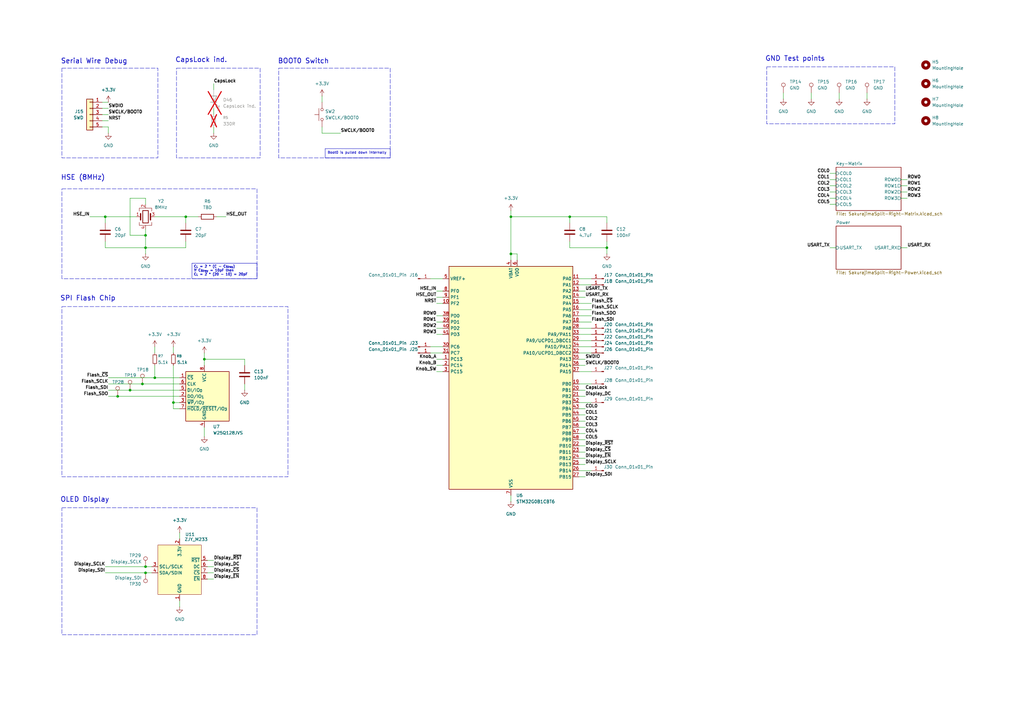
<source format=kicad_sch>
(kicad_sch (version 20250114) (generator "eeschema") (generator_version "9.0")
  (paper "A3")
  (title_block (title "SakurajimaSplit") (date "2025-08-11") (rev "1.0") (company "HayataSama") (comment 1 "https://github.com/HayataSama/SakurajimaSplit"))
  (lib_symbols
    (symbol "Connector:Conn_01x01_Pin" (pin_names (offset 1.016) (hide yes))
      (property "Reference" "J" (at 0 2.54 0))
      (property "Value" "Conn_01x01_Pin" (at 0 -2.54 0))
      (symbol "Conn_01x01_Pin_1_1"
        (rectangle (start 0.8636 0.127) (end 0 -0.127) (stroke (width 0.1524)) (fill (type outline)))
        (polyline (pts (xy 1.27 0) (xy 0.8636 0)) (stroke (width 0.1524)))
        (pin passive line (at 5.08 0 180) (length 3.81) (name "Pin_1") (number "1"))
      )
    )
    (symbol "Connector:TestPoint" (pin_numbers (hide yes)) (pin_names (offset 0.762) (hide yes))
      (property "Reference" "TP" (at 0 6.858 0))
      (property "Value" "TestPoint" (at 0 5.08 0))
      (symbol "TestPoint_0_1"
        (circle (center 0 3.302) (radius 0.762))
      )
      (symbol "TestPoint_1_1"
        (pin passive line (at 0 0 90) (length 2.54) (name "1") (number "1"))
      )
    )
    (symbol "Connector_Generic:Conn_01x05" (pin_names (offset 1.016) (hide yes))
      (property "Reference" "J" (at 0 7.62 0))
      (property "Value" "Conn_01x05" (at 0 -7.62 0))
      (symbol "Conn_01x05_1_1"
        (rectangle (start -1.27 6.35) (end 1.27 -6.35) (stroke (width 0.254)) (fill (type background)))
        (rectangle (start -1.27 5.207) (end 0 4.953) (stroke (width 0.1524)))
        (rectangle (start -1.27 2.667) (end 0 2.413) (stroke (width 0.1524)))
        (rectangle (start -1.27 0.127) (end 0 -0.127) (stroke (width 0.1524)))
        (rectangle (start -1.27 -2.413) (end 0 -2.667) (stroke (width 0.1524)))
        (rectangle (start -1.27 -4.953) (end 0 -5.207) (stroke (width 0.1524)))
        (pin passive line (at -5.08 5.08 0) (length 3.81) (name "Pin_1") (number "1"))
        (pin passive line (at -5.08 2.54 0) (length 3.81) (name "Pin_2") (number "2"))
        (pin passive line (at -5.08 0 0) (length 3.81) (name "Pin_3") (number "3"))
        (pin passive line (at -5.08 -2.54 0) (length 3.81) (name "Pin_4") (number "4"))
        (pin passive line (at -5.08 -5.08 0) (length 3.81) (name "Pin_5") (number "5"))
      )
    )
    (symbol "Device:C" (pin_numbers (hide yes)) (pin_names (offset 0.254))
      (property "Reference" "C" (at 0.635 2.54 0))
      (property "Value" "C" (at 0.635 -2.54 0))
      (symbol "C_0_1"
        (polyline (pts (xy -2.032 0.762) (xy 2.032 0.762)) (stroke (width 0.508)))
        (polyline (pts (xy -2.032 -0.762) (xy 2.032 -0.762)) (stroke (width 0.508)))
      )
      (symbol "C_1_1"
        (pin passive line (at 0 3.81 270) (length 2.794) (name "~") (number "1"))
        (pin passive line (at 0 -3.81 90) (length 2.794) (name "~") (number "2"))
      )
    )
    (symbol "Device:Crystal_GND24" (pin_names (offset 1.016) (hide yes))
      (property "Reference" "Y" (at 3.175 5.08 0))
      (property "Value" "Crystal_GND24" (at 3.175 3.175 0))
      (symbol "Crystal_GND24_0_1"
        (polyline (pts (xy -2.54 2.286) (xy -2.54 3.556) (xy 2.54 3.556) (xy 2.54 2.286)))
        (polyline (pts (xy -2.54 0) (xy -2.032 0)))
        (polyline (pts (xy -2.54 -2.286) (xy -2.54 -3.556) (xy 2.54 -3.556) (xy 2.54 -2.286)))
        (polyline (pts (xy -2.032 -1.27) (xy -2.032 1.27)) (stroke (width 0.508)))
        (rectangle (start -1.143 2.54) (end 1.143 -2.54) (stroke (width 0.3048)))
        (polyline (pts (xy 0 3.556) (xy 0 3.81)))
        (polyline (pts (xy 0 -3.81) (xy 0 -3.556)))
        (polyline (pts (xy 2.032 0) (xy 2.54 0)))
        (polyline (pts (xy 2.032 -1.27) (xy 2.032 1.27)) (stroke (width 0.508)))
      )
      (symbol "Crystal_GND24_1_1"
        (pin passive line (at -3.81 0 0) (length 1.27) (name "1") (number "1"))
        (pin passive line (at 0 5.08 270) (length 1.27) (name "2") (number "2"))
        (pin passive line (at 0 -5.08 90) (length 1.27) (name "4") (number "4"))
        (pin passive line (at 3.81 0 180) (length 1.27) (name "3") (number "3"))
      )
    )
    (symbol "Device:LED" (pin_numbers (hide yes)) (pin_names (offset 1.016) (hide yes))
      (property "Reference" "D" (at 0 2.54 0))
      (property "Value" "LED" (at 0 -2.54 0))
      (symbol "LED_0_1"
        (polyline (pts (xy -3.048 -0.762) (xy -4.572 -2.286) (xy -3.81 -2.286) (xy -4.572 -2.286) (xy -4.572 -1.524)))
        (polyline (pts (xy -1.778 -0.762) (xy -3.302 -2.286) (xy -2.54 -2.286) (xy -3.302 -2.286) (xy -3.302 -1.524)))
        (polyline (pts (xy -1.27 0) (xy 1.27 0)))
        (polyline (pts (xy -1.27 -1.27) (xy -1.27 1.27)) (stroke (width 0.254)))
        (polyline (pts (xy 1.27 -1.27) (xy 1.27 1.27) (xy -1.27 0) (xy 1.27 -1.27)) (stroke (width 0.254)))
      )
      (symbol "LED_1_1"
        (pin passive line (at -3.81 0 0) (length 2.54) (name "K") (number "1"))
        (pin passive line (at 3.81 0 180) (length 2.54) (name "A") (number "2"))
      )
    )
    (symbol "Device:R" (pin_numbers (hide yes)) (pin_names (offset 0))
      (property "Reference" "R" (at 2.032 0 90))
      (property "Value" "R" (at 0 0 90))
      (symbol "R_0_1"
        (rectangle (start -1.016 -2.54) (end 1.016 2.54) (stroke (width 0.254)))
      )
      (symbol "R_1_1"
        (pin passive line (at 0 3.81 270) (length 1.27) (name "~") (number "1"))
        (pin passive line (at 0 -3.81 90) (length 1.27) (name "~") (number "2"))
      )
    )
    (symbol "Device:R_Small" (pin_numbers (hide yes)) (pin_names (offset 0.254) (hide yes))
      (property "Reference" "R" (at 0 0 90))
      (property "Value" "R_Small" (at 1.778 0 90))
      (symbol "R_Small_0_1"
        (rectangle (start -0.762 1.778) (end 0.762 -1.778) (stroke (width 0.2032)))
      )
      (symbol "R_Small_1_1"
        (pin passive line (at 0 2.54 270) (length 0.762) (name "~") (number "1"))
        (pin passive line (at 0 -2.54 90) (length 0.762) (name "~") (number "2"))
      )
    )
    (symbol "Hayata_Lib:OLED_SSD1305"
      (property "Reference" "U" (at 7.366 14.224 0))
      (symbol "OLED_SSD1305_1_1"
        (rectangle (start -8.89 11.43) (end 8.89 -8.89) (fill (type background)))
        (pin input line (at -11.43 2.54 0) (length 2.54) (name "SCL/SCLK") (number "3"))
        (pin input line (at -11.43 0 0) (length 2.54) (name "SDA/SDIN") (number "4"))
        (pin power_in line (at 0 13.97 270) (length 2.54) (name "3.3V") (number "2"))
        (pin power_in line (at 0 -11.43 90) (length 2.54) (name "GND") (number "1"))
        (pin input line (at 11.43 5.08 180) (length 2.54) (name "~{RST}") (number "5"))
        (pin input line (at 11.43 2.54 180) (length 2.54) (name "DC") (number "6"))
        (pin input line (at 11.43 0 180) (length 2.54) (name "~{CS}") (number "7"))
        (pin input line (at 11.43 -2.54 180) (length 2.54) (name "~{EN}") (number "8"))
      )
    )
    (symbol "MCU_ST_STM32G0:STM32G0B1CBTx"
      (property "Reference" "U" (at -25.4 46.99 0))
      (property "Value" "STM32G0B1CBTx" (at 5.08 46.99 0))
      (symbol "STM32G0B1CBTx_0_1"
        (rectangle (start -25.4 -45.72) (end 25.4 45.72) (stroke (width 0.254)) (fill (type background)))
      )
      (symbol "STM32G0B1CBTx_1_1"
        (pin input line (at -27.94 40.64 0) (length 2.54) (name "VREF+") (number "5"))
        (pin bidirectional line (at -27.94 35.56 0) (length 2.54) (name "PF0") (number "8"))
        (pin bidirectional line (at -27.94 33.02 0) (length 2.54) (name "PF1") (number "9"))
        (pin bidirectional line (at -27.94 30.48 0) (length 2.54) (name "PF2") (number "10"))
        (pin bidirectional line (at -27.94 25.4 0) (length 2.54) (name "PD0") (number "38"))
        (pin bidirectional line (at -27.94 22.86 0) (length 2.54) (name "PD1") (number "39"))
        (pin bidirectional line (at -27.94 20.32 0) (length 2.54) (name "PD2") (number "40"))
        (pin bidirectional line (at -27.94 17.78 0) (length 2.54) (name "PD3") (number "41"))
        (pin bidirectional line (at -27.94 12.7 0) (length 2.54) (name "PC6") (number "30"))
        (pin bidirectional line (at -27.94 10.16 0) (length 2.54) (name "PC7") (number "31"))
        (pin bidirectional line (at -27.94 7.62 0) (length 2.54) (name "PC13") (number "1"))
        (pin bidirectional line (at -27.94 5.08 0) (length 2.54) (name "PC14") (number "2"))
        (pin bidirectional line (at -27.94 2.54 0) (length 2.54) (name "PC15") (number "3"))
        (pin power_in line (at 0 48.26 270) (length 2.54) (name "VBAT") (number "4"))
        (pin power_in line (at 0 -48.26 90) (length 2.54) (name "VSS") (number "7"))
        (pin power_in line (at 2.54 48.26 270) (length 2.54) (name "VDD") (number "6"))
        (pin bidirectional line (at 27.94 40.64 180) (length 2.54) (name "PA0") (number "11"))
        (pin bidirectional line (at 27.94 38.1 180) (length 2.54) (name "PA1") (number "12"))
        (pin bidirectional line (at 27.94 35.56 180) (length 2.54) (name "PA2") (number "13"))
        (pin bidirectional line (at 27.94 33.02 180) (length 2.54) (name "PA3") (number "14"))
        (pin bidirectional line (at 27.94 30.48 180) (length 2.54) (name "PA4") (number "15"))
        (pin bidirectional line (at 27.94 27.94 180) (length 2.54) (name "PA5") (number "16"))
        (pin bidirectional line (at 27.94 25.4 180) (length 2.54) (name "PA6") (number "17"))
        (pin bidirectional line (at 27.94 22.86 180) (length 2.54) (name "PA7") (number "18"))
        (pin bidirectional line (at 27.94 20.32 180) (length 2.54) (name "PA8") (number "28"))
        (pin bidirectional line (at 27.94 17.78 180) (length 2.54) (name "PA9/PA11") (number "33"))
        (pin bidirectional line (at 27.94 15.24 180) (length 2.54) (name "PA9/UCPD1_DBCC1") (number "29"))
        (pin bidirectional line (at 27.94 12.7 180) (length 2.54) (name "PA10/PA12") (number "34"))
        (pin bidirectional line (at 27.94 10.16 180) (length 2.54) (name "PA10/UCPD1_DBCC2") (number "32"))
        (pin bidirectional line (at 27.94 7.62 180) (length 2.54) (name "PA13") (number "35"))
        (pin bidirectional line (at 27.94 5.08 180) (length 2.54) (name "PA14") (number "36"))
        (pin bidirectional line (at 27.94 2.54 180) (length 2.54) (name "PA15") (number "37"))
        (pin bidirectional line (at 27.94 -2.54 180) (length 2.54) (name "PB0") (number "19"))
        (pin bidirectional line (at 27.94 -5.08 180) (length 2.54) (name "PB1") (number "20"))
        (pin bidirectional line (at 27.94 -7.62 180) (length 2.54) (name "PB2") (number "21"))
        (pin bidirectional line (at 27.94 -10.16 180) (length 2.54) (name "PB3") (number "42"))
        (pin bidirectional line (at 27.94 -12.7 180) (length 2.54) (name "PB4") (number "43"))
        (pin bidirectional line (at 27.94 -15.24 180) (length 2.54) (name "PB5") (number "44"))
        (pin bidirectional line (at 27.94 -17.78 180) (length 2.54) (name "PB6") (number "45"))
        (pin bidirectional line (at 27.94 -20.32 180) (length 2.54) (name "PB7") (number "46"))
        (pin bidirectional line (at 27.94 -22.86 180) (length 2.54) (name "PB8") (number "47"))
        (pin bidirectional line (at 27.94 -25.4 180) (length 2.54) (name "PB9") (number "48"))
        (pin bidirectional line (at 27.94 -27.94 180) (length 2.54) (name "PB10") (number "22"))
        (pin bidirectional line (at 27.94 -30.48 180) (length 2.54) (name "PB11") (number "23"))
        (pin bidirectional line (at 27.94 -33.02 180) (length 2.54) (name "PB12") (number "24"))
        (pin bidirectional line (at 27.94 -35.56 180) (length 2.54) (name "PB13") (number "25"))
        (pin bidirectional line (at 27.94 -38.1 180) (length 2.54) (name "PB14") (number "26"))
        (pin bidirectional line (at 27.94 -40.64 180) (length 2.54) (name "PB15") (number "27"))
      )
    )
    (symbol "Mechanical:MountingHole" (pin_names (offset 1.016)) (in_bom no)
      (property "Reference" "H" (at 0 5.08 0))
      (property "Value" "MountingHole" (at 0 3.175 0))
      (symbol "MountingHole_0_1"
        (circle (center 0 0) (radius 1.27) (stroke (width 1.27)))
      )
    )
    (symbol "Memory_Flash:W25Q128JVS"
      (property "Reference" "U" (at -6.35 11.43 0))
      (property "Value" "W25Q128JVS" (at 7.62 11.43 0))
      (symbol "W25Q128JVS_0_1"
        (rectangle (start -7.62 10.16) (end 10.16 -10.16) (stroke (width 0.254)) (fill (type background)))
      )
      (symbol "W25Q128JVS_1_1"
        (pin input line (at -10.16 7.62 0) (length 2.54) (name "~{CS}") (number "1"))
        (pin input line (at -10.16 5.08 0) (length 2.54) (name "CLK") (number "6"))
        (pin bidirectional line (at -10.16 2.54 0) (length 2.54) (name "DI/IO_{0}") (number "5"))
        (pin bidirectional line (at -10.16 0 0) (length 2.54) (name "DO/IO_{1}") (number "2"))
        (pin bidirectional line (at -10.16 -2.54 0) (length 2.54) (name "~{WP}/IO_{2}") (number "3"))
        (pin bidirectional line (at -10.16 -5.08 0) (length 2.54) (name "~{HOLD}/~{RESET}/IO_{3}") (number "7"))
        (pin power_in line (at 0 12.7 270) (length 2.54) (name "VCC") (number "8"))
        (pin power_in line (at 0 -12.7 90) (length 2.54) (name "GND") (number "4"))
      )
    )
    (symbol "Switch:SW_Push" (pin_numbers (hide yes)) (pin_names (offset 1.016) (hide yes))
      (property "Reference" "SW" (at 1.27 2.54 0))
      (property "Value" "SW_Push" (at 0 -1.524 0))
      (symbol "SW_Push_0_1"
        (circle (center -2.032 0) (radius 0.508))
        (polyline (pts (xy 0 1.27) (xy 0 3.048)))
        (circle (center 2.032 0) (radius 0.508))
        (polyline (pts (xy 2.54 1.27) (xy -2.54 1.27)))
        (pin passive line (at -5.08 0 0) (length 2.54) (name "1") (number "1"))
        (pin passive line (at 5.08 0 180) (length 2.54) (name "2") (number "2"))
      )
    )
    (symbol "power:+3.3V" (power) (pin_numbers (hide yes)) (pin_names (offset 0) (hide yes))
      (property "Value" "+3.3V" (at 0 3.556 0))
      (symbol "+3.3V_0_1"
        (polyline (pts (xy -0.762 1.27) (xy 0 2.54)))
        (polyline (pts (xy 0 2.54) (xy 0.762 1.27)))
        (polyline (pts (xy 0 0) (xy 0 2.54)))
      )
      (symbol "+3.3V_1_1"
        (pin power_in line (at 0 0 90) (length 0) (name "~") (number "1"))
      )
    )
    (symbol "power:GND" (power) (pin_numbers (hide yes)) (pin_names (offset 0) (hide yes))
      (property "Value" "GND" (at 0 -3.81 0))
      (symbol "GND_0_1"
        (polyline (pts (xy 0 0) (xy 0 -1.27) (xy 1.27 -1.27) (xy 0 -2.54) (xy -1.27 -1.27) (xy 0 -1.27)))
      )
      (symbol "GND_1_1"
        (pin power_in line (at 0 0 270) (length 0) (name "~") (number "1"))
      )
    )
  )
  (rectangle (start 25.4 77.47) (end 105.41 114.3) (stroke (width 0) (type dash)))
  (rectangle (start 25.4 125.73) (end 118.11 195.58) (stroke (width 0) (type dash)))
  (rectangle (start 314.452 27.432) (end 367.03 50.8) (stroke (width 0) (type dash)))
  (rectangle (start 25.4 27.94) (end 64.77 64.77) (stroke (width 0) (type dash)))
  (rectangle (start 72.39 27.94) (end 106.68 64.77) (stroke (width 0) (type dash)))
  (rectangle (start 114.3 27.94) (end 160.02 64.77) (stroke (width 0) (type dash)))
  (rectangle (start 25.4 208.28) (end 105.41 260.35) (stroke (width 0) (type dash)))
  (text "HSE (8MHz)" (at 34.036 72.898 0) (effects (font (size 2 2) (thickness 0.254) (bold yes))))
  (text "SPI Flash Chip" (at 36.068 122.428 0) (effects (font (size 2 2) (thickness 0.254) (bold yes))))
  (text "Serial Wire Debug" (at 38.608 25.146 0) (effects (font (size 2 2) (thickness 0.254) (bold yes))))
  (text "BOOT0 Switch" (at 124.46 25.146 0) (effects (font (size 2 2) (thickness 0.254) (bold yes))))
  (text "OLED Display" (at 34.798 204.978 0) (effects (font (size 2 2) (thickness 0.254) (bold yes))))
  (text "GND Test points" (at 326.136 24.13 0) (effects (font (size 2 2) (thickness 0.254) (bold yes))))
  (text "CapsLock ind." (at 82.55 24.638 0) (effects (font (size 2 2) (thickness 0.254) (bold yes))))
  (text_box "Boot0 is pulled down internally" (at 133.35 60.96 0) (size 26.67 3.81) (margins 0.9525 0.9525 0.9525 0.9525) (effects (font (size 1 1)) (justify left top)))
  (text_box "C_{L} = 2 * (C - C_{Stray})\nif C_{Stray} = 10pF then\nC_{L} = 2 * (20 - 10) = 20pF" (at 78.74 107.95 0) (size 26.67 6.35) (margins 0.6858 0.6858 0.6858 0.6858) (effects (font (size 1 1) (thickness 0.2) (bold yes)) (justify left top)))
  (junction (at 83.82 147.32))
  (junction (at 71.12 165.1))
  (junction (at 209.55 104.14))
  (junction (at 58.42 157.48))
  (junction (at 209.55 88.9))
  (junction (at 43.18 88.9))
  (junction (at 233.68 88.9))
  (junction (at 59.69 96.52))
  (junction (at 59.69 101.6))
  (junction (at 48.26 162.56))
  (junction (at 248.92 101.6))
  (junction (at 53.34 160.02))
  (junction (at 59.69 232.41))
  (junction (at 59.69 234.95))
  (junction (at 63.5 154.94))
  (junction (at 76.2 88.9))
  (wire (pts (xy 83.82 175.26) (xy 83.82 179.07)))
  (wire (pts (xy 372.11 81.28) (xy 369.57 81.28)))
  (wire (pts (xy 340.36 81.28) (xy 342.9 81.28)))
  (wire (pts (xy 248.92 88.9) (xy 248.92 91.44)))
  (wire (pts (xy 248.92 99.06) (xy 248.92 101.6)))
  (wire (pts (xy 59.69 234.95) (xy 62.23 234.95)))
  (wire (pts (xy 209.55 86.36) (xy 209.55 88.9)))
  (wire (pts (xy 63.5 142.24) (xy 63.5 144.78)))
  (wire (pts (xy 71.12 149.86) (xy 71.12 165.1)))
  (wire (pts (xy 233.68 91.44) (xy 233.68 88.9)))
  (wire (pts (xy 340.36 101.6) (xy 342.9 101.6)))
  (wire (pts (xy 237.49 195.58) (xy 240.03 195.58)))
  (wire (pts (xy 332.74 38.1) (xy 332.74 40.64)))
  (wire (pts (xy 179.07 134.62) (xy 181.61 134.62)))
  (wire (pts (xy 237.49 177.8) (xy 240.03 177.8)))
  (wire (pts (xy 237.49 121.92) (xy 240.03 121.92)))
  (wire (pts (xy 59.69 101.6) (xy 43.18 101.6)))
  (wire (pts (xy 212.09 104.14) (xy 212.09 106.68)))
  (wire (pts (xy 59.69 101.6) (xy 76.2 101.6)))
  (wire (pts (xy 179.07 152.4) (xy 181.61 152.4)))
  (wire (pts (xy 63.5 88.9) (xy 76.2 88.9)))
  (wire (pts (xy 88.9 88.9) (xy 92.71 88.9)))
  (wire (pts (xy 53.34 81.28) (xy 53.34 96.52)))
  (wire (pts (xy 44.45 154.94) (xy 63.5 154.94)))
  (wire (pts (xy 237.49 132.08) (xy 242.57 132.08)))
  (wire (pts (xy 179.07 129.54) (xy 181.61 129.54)))
  (wire (pts (xy 44.45 52.07) (xy 41.91 52.07)))
  (wire (pts (xy 71.12 142.24) (xy 71.12 144.78)))
  (wire (pts (xy 83.82 149.86) (xy 83.82 147.32)))
  (wire (pts (xy 237.49 170.18) (xy 240.03 170.18)))
  (wire (pts (xy 43.18 88.9) (xy 55.88 88.9)))
  (wire (pts (xy 237.49 144.78) (xy 242.57 144.78)))
  (wire (pts (xy 340.36 76.2) (xy 342.9 76.2)))
  (wire (pts (xy 73.66 246.38) (xy 73.66 248.92)))
  (wire (pts (xy 237.49 182.88) (xy 240.03 182.88)))
  (wire (pts (xy 44.45 41.91) (xy 41.91 41.91)))
  (wire (pts (xy 76.2 91.44) (xy 76.2 88.9)))
  (wire (pts (xy 44.45 54.61) (xy 44.45 52.07)))
  (wire (pts (xy 73.66 218.44) (xy 73.66 220.98)))
  (wire (pts (xy 340.36 78.74) (xy 342.9 78.74)))
  (wire (pts (xy 87.63 52.07) (xy 87.63 54.61)))
  (wire (pts (xy 237.49 190.5) (xy 240.03 190.5)))
  (wire (pts (xy 59.69 104.14) (xy 59.69 101.6)))
  (wire (pts (xy 179.07 121.92) (xy 181.61 121.92)))
  (wire (pts (xy 59.69 232.41) (xy 62.23 232.41)))
  (wire (pts (xy 237.49 187.96) (xy 240.03 187.96)))
  (wire (pts (xy 237.49 157.48) (xy 242.57 157.48)))
  (wire (pts (xy 233.68 99.06) (xy 233.68 101.6)))
  (wire (pts (xy 237.49 175.26) (xy 240.03 175.26)))
  (wire (pts (xy 43.18 232.41) (xy 59.69 232.41)))
  (wire (pts (xy 240.03 149.86) (xy 237.49 149.86)))
  (wire (pts (xy 179.07 147.32) (xy 181.61 147.32)))
  (wire (pts (xy 43.18 234.95) (xy 59.69 234.95)))
  (wire (pts (xy 344.17 38.1) (xy 344.17 40.64)))
  (wire (pts (xy 87.63 44.45) (xy 87.63 46.99)))
  (wire (pts (xy 181.61 142.24) (xy 176.53 142.24)))
  (wire (pts (xy 237.49 127) (xy 242.57 127)))
  (wire (pts (xy 240.03 147.32) (xy 237.49 147.32)))
  (wire (pts (xy 237.49 172.72) (xy 240.03 172.72)))
  (wire (pts (xy 237.49 167.64) (xy 240.03 167.64)))
  (wire (pts (xy 59.69 93.98) (xy 59.69 96.52)))
  (wire (pts (xy 179.07 119.38) (xy 181.61 119.38)))
  (wire (pts (xy 76.2 88.9) (xy 81.28 88.9)))
  (wire (pts (xy 237.49 160.02) (xy 240.03 160.02)))
  (wire (pts (xy 372.11 78.74) (xy 369.57 78.74)))
  (wire (pts (xy 372.11 76.2) (xy 369.57 76.2)))
  (wire (pts (xy 71.12 167.64) (xy 73.66 167.64)))
  (wire (pts (xy 237.49 137.16) (xy 242.57 137.16)))
  (wire (pts (xy 87.63 34.29) (xy 87.63 36.83)))
  (wire (pts (xy 48.26 162.56) (xy 73.66 162.56)))
  (wire (pts (xy 181.61 114.3) (xy 176.53 114.3)))
  (wire (pts (xy 41.91 49.53) (xy 44.45 49.53)))
  (wire (pts (xy 59.69 83.82) (xy 59.69 81.28)))
  (wire (pts (xy 237.49 142.24) (xy 242.57 142.24)))
  (wire (pts (xy 58.42 157.48) (xy 73.66 157.48)))
  (wire (pts (xy 209.55 104.14) (xy 212.09 104.14)))
  (wire (pts (xy 59.69 96.52) (xy 59.69 101.6)))
  (wire (pts (xy 209.55 88.9) (xy 233.68 88.9)))
  (wire (pts (xy 53.34 160.02) (xy 73.66 160.02)))
  (wire (pts (xy 59.69 81.28) (xy 53.34 81.28)))
  (wire (pts (xy 237.49 193.04) (xy 242.57 193.04)))
  (wire (pts (xy 321.31 38.1) (xy 321.31 40.64)))
  (wire (pts (xy 209.55 88.9) (xy 209.55 104.14)))
  (wire (pts (xy 43.18 91.44) (xy 43.18 88.9)))
  (wire (pts (xy 237.49 180.34) (xy 240.03 180.34)))
  (wire (pts (xy 76.2 101.6) (xy 76.2 99.06)))
  (wire (pts (xy 179.07 149.86) (xy 181.61 149.86)))
  (wire (pts (xy 237.49 116.84) (xy 242.57 116.84)))
  (wire (pts (xy 179.07 132.08) (xy 181.61 132.08)))
  (wire (pts (xy 36.83 88.9) (xy 43.18 88.9)))
  (wire (pts (xy 233.68 101.6) (xy 248.92 101.6)))
  (wire (pts (xy 71.12 165.1) (xy 73.66 165.1)))
  (wire (pts (xy 369.57 101.6) (xy 372.11 101.6)))
  (wire (pts (xy 83.82 147.32) (xy 100.33 147.32)))
  (wire (pts (xy 41.91 44.45) (xy 44.45 44.45)))
  (wire (pts (xy 85.09 234.95) (xy 87.63 234.95)))
  (wire (pts (xy 100.33 157.48) (xy 100.33 160.02)))
  (wire (pts (xy 181.61 144.78) (xy 176.53 144.78)))
  (wire (pts (xy 41.91 46.99) (xy 44.45 46.99)))
  (wire (pts (xy 237.49 124.46) (xy 242.57 124.46)))
  (wire (pts (xy 179.07 124.46) (xy 181.61 124.46)))
  (wire (pts (xy 63.5 149.86) (xy 63.5 154.94)))
  (wire (pts (xy 233.68 88.9) (xy 248.92 88.9)))
  (wire (pts (xy 237.49 114.3) (xy 242.57 114.3)))
  (wire (pts (xy 132.08 54.61) (xy 139.7 54.61)))
  (wire (pts (xy 44.45 160.02) (xy 53.34 160.02)))
  (wire (pts (xy 237.49 139.7) (xy 242.57 139.7)))
  (wire (pts (xy 85.09 237.49) (xy 87.63 237.49)))
  (wire (pts (xy 355.6 38.1) (xy 355.6 40.64)))
  (wire (pts (xy 63.5 154.94) (xy 73.66 154.94)))
  (wire (pts (xy 340.36 83.82) (xy 342.9 83.82)))
  (wire (pts (xy 209.55 203.2) (xy 209.55 205.74)))
  (wire (pts (xy 85.09 232.41) (xy 87.63 232.41)))
  (wire (pts (xy 100.33 147.32) (xy 100.33 149.86)))
  (wire (pts (xy 209.55 106.68) (xy 209.55 104.14)))
  (wire (pts (xy 44.45 162.56) (xy 48.26 162.56)))
  (wire (pts (xy 237.49 185.42) (xy 240.03 185.42)))
  (wire (pts (xy 71.12 165.1) (xy 71.12 167.64)))
  (wire (pts (xy 248.92 101.6) (xy 248.92 104.14)))
  (wire (pts (xy 340.36 73.66) (xy 342.9 73.66)))
  (wire (pts (xy 237.49 119.38) (xy 240.03 119.38)))
  (wire (pts (xy 53.34 96.52) (xy 59.69 96.52)))
  (wire (pts (xy 44.45 157.48) (xy 58.42 157.48)))
  (wire (pts (xy 43.18 101.6) (xy 43.18 99.06)))
  (wire (pts (xy 340.36 71.12) (xy 342.9 71.12)))
  (wire (pts (xy 83.82 144.78) (xy 83.82 147.32)))
  (wire (pts (xy 237.49 134.62) (xy 242.57 134.62)))
  (wire (pts (xy 369.57 73.66) (xy 372.11 73.66)))
  (wire (pts (xy 237.49 129.54) (xy 242.57 129.54)))
  (wire (pts (xy 132.08 54.61) (xy 132.08 52.07)))
  (wire (pts (xy 179.07 137.16) (xy 181.61 137.16)))
  (wire (pts (xy 237.49 152.4) (xy 242.57 152.4)))
  (wire (pts (xy 237.49 162.56) (xy 240.03 162.56)))
  (wire (pts (xy 132.08 39.37) (xy 132.08 41.91)))
  (wire (pts (xy 85.09 229.87) (xy 87.63 229.87)))
  (wire (pts (xy 237.49 165.1) (xy 242.57 165.1)))
  (label "SWCLK{slash}BOOT0" (at 139.7 54.61 0) (effects (font (thickness 0.254) (bold yes))))
  (label "USART_RX" (at 372.11 101.6 0) (effects (font (thickness 0.254) (bold yes))))
  (label "Knob_SW" (at 179.07 152.4 180) (effects (font (thickness 0.254) (bold yes))))
  (label "Display_SCLK" (at 43.18 232.41 180) (effects (font (thickness 0.254) (bold yes))))
  (label "USART_TX" (at 340.36 101.6 180) (effects (font (thickness 0.254) (bold yes))))
  (label "Display_~{EN}" (at 240.03 187.96 0) (effects (font (thickness 0.254) (bold yes))))
  (label "SWDIO" (at 240.03 147.32 0) (effects (font (thickness 0.254) (bold yes))))
  (label "COL5" (at 340.36 83.82 180) (effects (font (thickness 0.254) (bold yes))))
  (label "CapsLock" (at 240.03 160.02 0) (effects (font (thickness 0.254) (bold yes))))
  (label "Flash_SCLK" (at 44.45 157.48 180) (effects (font (thickness 0.254) (bold yes))))
  (label "COL3" (at 240.03 175.26 0) (effects (font (thickness 0.254) (bold yes))))
  (label "COL4" (at 240.03 177.8 0) (effects (font (thickness 0.254) (bold yes))))
  (label "Display_~{CS}" (at 87.63 234.95 0) (effects (font (thickness 0.254) (bold yes))))
  (label "COL0" (at 240.03 167.64 0) (effects (font (thickness 0.254) (bold yes))))
  (label "Flash_~{CS}" (at 242.57 124.46 0) (effects (font (thickness 0.254) (bold yes))))
  (label "NRST" (at 44.45 49.53 0) (effects (font (thickness 0.254) (bold yes))))
  (label "COL2" (at 340.36 76.2 180) (effects (font (thickness 0.254) (bold yes))))
  (label "HSE_IN" (at 179.07 119.38 180) (effects (font (thickness 0.254) (bold yes))))
  (label "COL0" (at 340.36 71.12 180) (effects (font (thickness 0.254) (bold yes))))
  (label "Flash_SDI" (at 44.45 160.02 180) (effects (font (thickness 0.254) (bold yes))))
  (label "NRST" (at 179.07 124.46 180) (effects (font (thickness 0.254) (bold yes))))
  (label "Flash_~{CS}" (at 44.45 154.94 180) (effects (font (thickness 0.254) (bold yes))))
  (label "Flash_SDO" (at 44.45 162.56 180) (effects (font (thickness 0.254) (bold yes))))
  (label "Display_~{EN}" (at 87.63 237.49 0) (effects (font (thickness 0.254) (bold yes))))
  (label "COL3" (at 340.36 78.74 180) (effects (font (thickness 0.254) (bold yes))))
  (label "Display_DC" (at 87.63 232.41 0) (effects (font (thickness 0.254) (bold yes))))
  (label "Display_~{RST}" (at 87.63 229.87 0) (effects (font (thickness 0.254) (bold yes))))
  (label "USART_RX" (at 240.03 121.92 0) (effects (font (thickness 0.254) (bold yes))))
  (label "Display_~{RST}" (at 240.03 182.88 0) (effects (font (thickness 0.254) (bold yes))))
  (label "ROW1" (at 179.07 132.08 180) (effects (font (thickness 0.254) (bold yes))))
  (label "Flash_SDO" (at 242.57 129.54 0) (effects (font (thickness 0.254) (bold yes))))
  (label "COL1" (at 240.03 170.18 0) (effects (font (thickness 0.254) (bold yes))))
  (label "Display_SDI" (at 43.18 234.95 180) (effects (font (thickness 0.254) (bold yes))))
  (label "Knob_A" (at 179.07 147.32 180) (effects (font (thickness 0.254) (bold yes))))
  (label "ROW3" (at 179.07 137.16 180) (effects (font (thickness 0.254) (bold yes))))
  (label "ROW2" (at 372.11 78.74 0) (effects (font (thickness 0.254) (bold yes))))
  (label "ROW2" (at 179.07 134.62 180) (effects (font (thickness 0.254) (bold yes))))
  (label "SWCLK{slash}BOOT0" (at 44.45 46.99 0) (effects (font (thickness 0.254) (bold yes))))
  (label "SWDIO" (at 44.45 44.45 0) (effects (font (thickness 0.254) (bold yes))))
  (label "Display_DC" (at 240.03 162.56 0) (effects (font (thickness 0.254) (bold yes))))
  (label "CapsLock" (at 87.63 34.29 0) (effects (font (thickness 0.254) (bold yes))))
  (label "Knob_B" (at 179.07 149.86 180) (effects (font (thickness 0.254) (bold yes))))
  (label "COL1" (at 340.36 73.66 180) (effects (font (thickness 0.254) (bold yes))))
  (label "Display_~{CS}" (at 240.03 185.42 0) (effects (font (thickness 0.254) (bold yes))))
  (label "USART_TX" (at 240.03 119.38 0) (effects (font (thickness 0.254) (bold yes))))
  (label "COL2" (at 240.03 172.72 0) (effects (font (thickness 0.254) (bold yes))))
  (label "ROW1" (at 372.11 76.2 0) (effects (font (thickness 0.254) (bold yes))))
  (label "ROW3" (at 372.11 81.28 0) (effects (font (thickness 0.254) (bold yes))))
  (label "SWCLK{slash}BOOT0" (at 240.03 149.86 0) (effects (font (thickness 0.254) (bold yes))))
  (label "Display_SCLK" (at 240.03 190.5 0) (effects (font (thickness 0.254) (bold yes))))
  (label "COL4" (at 340.36 81.28 180) (effects (font (thickness 0.254) (bold yes))))
  (label "HSE_OUT" (at 179.07 121.92 180) (effects (font (thickness 0.254) (bold yes))))
  (label "HSE_OUT" (at 92.71 88.9 0) (effects (font (thickness 0.254) (bold yes))))
  (label "Flash_SCLK" (at 242.57 127 0) (effects (font (thickness 0.254) (bold yes))))
  (label "Flash_SDI" (at 242.57 132.08 0) (effects (font (thickness 0.254) (bold yes))))
  (label "HSE_IN" (at 36.83 88.9 180) (effects (font (thickness 0.254) (bold yes))))
  (label "Display_SDI" (at 240.03 195.58 0) (effects (font (thickness 0.254) (bold yes))))
  (label "COL5" (at 240.03 180.34 0) (effects (font (thickness 0.254) (bold yes))))
  (label "ROW0" (at 372.11 73.66 0) (effects (font (thickness 0.254) (bold yes))))
  (label "ROW0" (at 179.07 129.54 180) (effects (font (thickness 0.254) (bold yes))))
  (symbol (lib_id "Connector:TestPoint") (at 355.6 38.1 0) (unit 1) (in_bom no)
    (property "Reference" "TP17" (at 358.14 33.5279 0) (effects (justify left)))
    (property "Value" "GND" (at 358.14 36.0679 0) (effects (justify left)))
    (property "Footprint" "Hayata_Lib:TestPoint_Pad_Circular_1.3mm" (effects (hide yes)))
    (property "Description" "test point" (effects (hide yes)))
  )
  (symbol (lib_id "Device:C") (at 233.68 95.25 0) (unit 1)
    (property "Reference" "C8" (at 237.49 93.9799 0) (effects (justify left)))
    (property "Value" "4.7uF" (at 237.49 96.5199 0) (effects (justify left)))
    (property "Footprint" "Capacitor_SMD:C_0805_2012Metric" (effects (hide yes)))
    (property "Description" "Unpolarized capacitor" (effects (hide yes)))
    (property "Distributor Link" "https://lionelectronic.ir/products/4714-GRM21BR61H475KE51L" (effects (hide yes)))
    (property "Manufacturer" "Murata" (effects (hide yes)))
    (property "Manufacturer Part No." "GRM21BR61H475KE51L" (effects (hide yes)))
  )
  (symbol (lib_id "power:+3.3V") (at 83.82 144.78 0) (unit 1)
    (property "Reference" "#PWR047" (effects (hide yes)))
    (property "Value" "+3.3V" (at 83.82 139.7 0))
    (property "Description" "Power symbol creates a global label with name \"+3.3V\"" (effects (hide yes)))
  )
  (symbol (lib_id "Connector_Generic:Conn_01x05") (at 36.83 46.99 0) (mirror y) (unit 1)
    (property "Reference" "J15" (at 34.29 45.7199 0) (effects (justify left)))
    (property "Value" "SWD" (at 34.29 48.2599 0) (effects (justify left)))
    (property "Footprint" "Connector_PinHeader_2.54mm:PinHeader_1x05_P2.54mm_Horizontal" (effects (hide yes)))
    (property "Description" "Generic connector, single row, 01x05, script generated (kicad-library-utils/schlib/autogen/connector/)" (effects (hide yes)))
    (property "Notes" "2.54mm right-angle pin header" (effects (hide yes)))
  )
  (symbol (lib_id "Connector:TestPoint") (at 53.34 160.02 0) (unit 1) (in_bom no)
    (property "Reference" "TP19" (at 51.054 153.924 0) (effects (justify left)))
    (property "Value" "Flash_SDI" (effects (hide yes)))
    (property "Footprint" "Hayata_Lib:TestPoint_Pad_Circular_1.3mm" (effects (hide yes)))
    (property "Description" "test point" (effects (hide yes)))
  )
  (symbol (lib_id "power:+3.3V") (at 44.45 41.91 0) (unit 1)
    (property "Reference" "#PWR038" (effects (hide yes)))
    (property "Value" "+3.3V" (at 44.45 36.83 0))
    (property "Description" "Power symbol creates a global label with name \"+3.3V\"" (effects (hide yes)))
  )
  (symbol (lib_id "Mechanical:MountingHole") (at 379.73 26.67 0) (unit 1) (in_bom no)
    (property "Reference" "H5" (at 382.27 25.3999 0) (effects (justify left)))
    (property "Value" "MountingHole" (at 382.27 27.9399 0) (effects (justify left)))
    (property "Footprint" "MountingHole:MountingHole_3.2mm_M3_Pad" (effects (hide yes)))
    (property "Description" "Mounting Hole without connection" (effects (hide yes)))
    (property "Notes" "M3 screws, Rubber o-rings" (effects (hide yes)))
  )
  (symbol (lib_id "Switch:SW_Push") (at 132.08 46.99 90) (unit 1)
    (property "Reference" "SW2" (at 133.35 45.7199 90) (effects (justify right)))
    (property "Value" "SWCLK/BOOT0" (at 133.35 48.2599 90) (effects (justify right)))
    (property "Footprint" "Hayata_Lib:SW_Push_TS-1010B" (effects (hide yes)))
    (property "Description" "Push button switch, generic, two pins" (effects (hide yes)))
    (property "Distributor Link" "https://lionelectronic.ir/products/5092-TS-1187A-B-A-B" (effects (hide yes)))
    (property "Manufacturer" "XKB Connection " (effects (hide yes)))
    (property "Manufacturer Part No." "TS-1187A-B-A-B" (effects (hide yes)))
  )
  (symbol (lib_id "Device:C") (at 76.2 95.25 0) (unit 1)
    (property "Reference" "C7" (at 80.01 93.9799 0) (effects (justify left)))
    (property "Value" "20pF" (at 80.01 96.5199 0) (effects (justify left)))
    (property "Footprint" "Capacitor_SMD:C_0402_1005Metric_Pad0.74x0.62mm_HandSolder" (effects (hide yes)))
    (property "Description" "Unpolarized capacitor" (effects (hide yes)))
    (property "Distributor Link" "https://lionelectronic.ir/products/5170-GRM1555C1H220JA01D" (effects (hide yes)))
    (property "Manufacturer" "Murata" (effects (hide yes)))
    (property "Manufacturer Part No." "GRM1555C1H220JA01D" (effects (hide yes)))
  )
  (symbol (lib_id "power:GND") (at 87.63 54.61 0) (unit 1)
    (property "Reference" "#PWR040" (effects (hide yes)))
    (property "Value" "GND" (at 87.63 59.69 0))
    (property "Description" "Power symbol creates a global label with name \"GND\" , ground" (effects (hide yes)))
  )
  (symbol (lib_id "power:GND") (at 321.31 40.64 0) (unit 1)
    (property "Reference" "#PWR034" (effects (hide yes)))
    (property "Value" "GND" (at 321.31 45.72 0))
    (property "Description" "Power symbol creates a global label with name \"GND\" , ground" (effects (hide yes)))
  )
  (symbol (lib_id "Connector:Conn_01x01_Pin") (at 247.65 142.24 180) (unit 1) (in_bom no)
    (property "Reference" "J24" (at 249.428 140.716 0))
    (property "Value" "Conn_01x01_Pin" (at 260.096 140.716 0))
    (property "Footprint" "Connector_Wire:SolderWirePad_1x01_SMD_1x2mm" (effects (hide yes)))
    (property "Description" "Generic connector, single row, 01x01, script generated" (effects (hide yes)))
  )
  (symbol (lib_id "power:GND") (at 59.69 104.14 0) (unit 1)
    (property "Reference" "#PWR042" (effects (hide yes)))
    (property "Value" "GND" (at 59.69 109.22 0))
    (property "Description" "Power symbol creates a global label with name \"GND\" , ground" (effects (hide yes)))
  )
  (symbol (lib_id "Memory_Flash:W25Q128JVS") (at 83.82 162.56 0) (unit 1)
    (property "Reference" "U7" (at 87.376 175.006 0) (effects (justify left)))
    (property "Value" "W25Q128JVS" (at 87.376 177.546 0) (effects (justify left)))
    (property "Footprint" "Package_SO:SOIC-8_5.3x5.3mm_P1.27mm" (effects (hide yes)))
    (property "Datasheet" "https://www.winbond.com/resource-files/w25q128jv_dtr%20revc%2003272018%20plus.pdf" (effects (hide yes)))
    (property "Description" "128Mbit / 16MiB Serial Flash Memory, Standard/Dual/Quad SPI, 2.7-3.6V, SOIC-8" (effects (hide yes)))
    (property "Distributor Link" "https://lionelectronic.ir/products/532-W25Q128JVSIQ" (effects (hide yes)))
    (property "Manufacturer" "Winbond" (effects (hide yes)))
    (property "Manufacturer Part No." "W25Q128JVSIQ" (effects (hide yes)))
  )
  (symbol (lib_id "Device:R") (at 85.09 88.9 90) (unit 1)
    (property "Reference" "R6" (at 85.09 82.55 90))
    (property "Value" "TBD" (at 85.09 85.09 90))
    (property "Footprint" "Resistor_SMD:R_0603_1608Metric" (effects (hide yes)))
    (property "Description" "Resistor" (effects (hide yes)))
    (property "Notes" "Should be around 1k but 220R was also okay" (effects (hide yes)))
  )
  (symbol (lib_id "Connector:Conn_01x01_Pin") (at 171.45 144.78 0) (mirror x) (unit 1) (in_bom no)
    (property "Reference" "J25" (at 169.672 143.256 0))
    (property "Value" "Conn_01x01_Pin" (at 159.004 143.256 0))
    (property "Footprint" "Connector_Wire:SolderWirePad_1x01_SMD_1x2mm" (effects (hide yes)))
    (property "Description" "Generic connector, single row, 01x01, script generated" (effects (hide yes)))
  )
  (symbol (lib_id "power:+3.3V") (at 209.55 86.36 0) (unit 1)
    (property "Reference" "#PWR041" (effects (hide yes)))
    (property "Value" "+3.3V" (at 209.55 81.28 0))
    (property "Description" "Power symbol creates a global label with name \"+3.3V\"" (effects (hide yes)))
  )
  (symbol (lib_id "Connector:Conn_01x01_Pin") (at 171.45 142.24 0) (mirror x) (unit 1) (in_bom no)
    (property "Reference" "J23" (at 169.672 140.716 0))
    (property "Value" "Conn_01x01_Pin" (at 159.004 140.716 0))
    (property "Footprint" "Connector_Wire:SolderWirePad_1x01_SMD_1x2mm" (effects (hide yes)))
    (property "Description" "Generic connector, single row, 01x01, script generated" (effects (hide yes)))
  )
  (symbol (lib_id "power:+3.3V") (at 71.12 142.24 0) (unit 1)
    (property "Reference" "#PWR046" (effects (hide yes)))
    (property "Value" "+3.3V" (at 71.12 137.16 0))
    (property "Description" "Power symbol creates a global label with name \"+3.3V\"" (effects (hide yes)))
  )
  (symbol (lib_id "power:GND") (at 209.55 205.74 0) (unit 1)
    (property "Reference" "#PWR050" (effects (hide yes)))
    (property "Value" "GND" (at 209.55 210.82 0))
    (property "Description" "Power symbol creates a global label with name \"GND\" , ground" (effects (hide yes)))
  )
  (symbol (lib_id "Connector:TestPoint") (at 321.31 38.1 0) (unit 1) (in_bom no)
    (property "Reference" "TP14" (at 323.85 33.5279 0) (effects (justify left)))
    (property "Value" "GND" (at 323.85 36.0679 0) (effects (justify left)))
    (property "Footprint" "Hayata_Lib:TestPoint_Pad_Circular_1.3mm" (effects (hide yes)))
    (property "Description" "test point" (effects (hide yes)))
  )
  (symbol (lib_id "Mechanical:MountingHole") (at 379.73 41.91 0) (unit 1) (in_bom no)
    (property "Reference" "H7" (at 382.27 40.6399 0) (effects (justify left)))
    (property "Value" "MountingHole" (at 382.27 43.1799 0) (effects (justify left)))
    (property "Footprint" "MountingHole:MountingHole_3.2mm_M3_Pad" (effects (hide yes)))
    (property "Description" "Mounting Hole without connection" (effects (hide yes)))
    (property "Notes" "M3 screws, Rubber o-rings" (effects (hide yes)))
  )
  (symbol (lib_id "Mechanical:MountingHole") (at 379.73 34.29 0) (unit 1) (in_bom no)
    (property "Reference" "H6" (at 382.27 33.0199 0) (effects (justify left)))
    (property "Value" "MountingHole" (at 382.27 35.5599 0) (effects (justify left)))
    (property "Footprint" "MountingHole:MountingHole_3.2mm_M3_Pad" (effects (hide yes)))
    (property "Description" "Mounting Hole without connection" (effects (hide yes)))
    (property "Notes" "M3 screws, Rubber o-rings" (effects (hide yes)))
  )
  (symbol (lib_id "Mechanical:MountingHole") (at 379.73 49.53 0) (unit 1) (in_bom no)
    (property "Reference" "H8" (at 382.27 48.2599 0) (effects (justify left)))
    (property "Value" "MountingHole" (at 382.27 50.7999 0) (effects (justify left)))
    (property "Footprint" "MountingHole:MountingHole_3.2mm_M3_Pad" (effects (hide yes)))
    (property "Description" "Mounting Hole without connection" (effects (hide yes)))
    (property "Notes" "M3 screws, Rubber o-rings" (effects (hide yes)))
  )
  (symbol (lib_id "power:GND") (at 100.33 160.02 0) (unit 1)
    (property "Reference" "#PWR048" (effects (hide yes)))
    (property "Value" "GND" (at 100.33 165.1 0))
    (property "Description" "Power symbol creates a global label with name \"GND\" , ground" (effects (hide yes)))
  )
  (symbol (lib_id "power:+3.3V") (at 73.66 218.44 0) (unit 1)
    (property "Reference" "#PWR061" (effects (hide yes)))
    (property "Value" "+3.3V" (at 73.66 213.36 0))
    (property "Description" "Power symbol creates a global label with name \"+3.3V\"" (effects (hide yes)))
  )
  (symbol (lib_id "power:GND") (at 344.17 40.64 0) (unit 1)
    (property "Reference" "#PWR036" (effects (hide yes)))
    (property "Value" "GND" (at 344.17 45.72 0))
    (property "Description" "Power symbol creates a global label with name \"GND\" , ground" (effects (hide yes)))
  )
  (symbol (lib_id "power:GND") (at 355.6 40.64 0) (unit 1)
    (property "Reference" "#PWR037" (effects (hide yes)))
    (property "Value" "GND" (at 355.6 45.72 0))
    (property "Description" "Power symbol creates a global label with name \"GND\" , ground" (effects (hide yes)))
  )
  (symbol (lib_id "Connector:Conn_01x01_Pin") (at 247.65 165.1 180) (unit 1) (in_bom no)
    (property "Reference" "J29" (at 249.428 163.576 0))
    (property "Value" "Conn_01x01_Pin" (at 260.096 163.576 0))
    (property "Footprint" "Connector_Wire:SolderWirePad_1x01_SMD_1x2mm" (effects (hide yes)))
    (property "Description" "Generic connector, single row, 01x01, script generated" (effects (hide yes)))
  )
  (symbol (lib_id "power:GND") (at 332.74 40.64 0) (unit 1)
    (property "Reference" "#PWR035" (effects (hide yes)))
    (property "Value" "GND" (at 332.74 45.72 0))
    (property "Description" "Power symbol creates a global label with name \"GND\" , ground" (effects (hide yes)))
  )
  (symbol (lib_id "Connector:Conn_01x01_Pin") (at 247.65 139.7 180) (unit 1) (in_bom no)
    (property "Reference" "J22" (at 249.428 138.176 0))
    (property "Value" "Conn_01x01_Pin" (at 260.096 138.176 0))
    (property "Footprint" "Connector_Wire:SolderWirePad_1x01_SMD_1x2mm" (effects (hide yes)))
    (property "Description" "Generic connector, single row, 01x01, script generated" (effects (hide yes)))
  )
  (symbol (lib_id "Connector:Conn_01x01_Pin") (at 247.65 137.16 180) (unit 1) (in_bom no)
    (property "Reference" "J21" (at 249.428 135.636 0))
    (property "Value" "Conn_01x01_Pin" (at 260.096 135.636 0))
    (property "Footprint" "Connector_Wire:SolderWirePad_1x01_SMD_1x2mm" (effects (hide yes)))
    (property "Description" "Generic connector, single row, 01x01, script generated" (effects (hide yes)))
  )
  (symbol (lib_id "Device:Crystal_GND24") (at 59.69 88.9 0) (unit 1)
    (property "Reference" "Y2" (at 66.04 82.4798 0))
    (property "Value" "8MHz" (at 66.04 85.0198 0))
    (property "Footprint" "Crystal:Crystal_SMD_3225-4Pin_3.2x2.5mm" (effects (hide yes)))
    (property "Description" "Four pin crystal, GND on pins 2 and 4" (effects (hide yes)))
    (property "Distributor Link" "https://lionelectronic.ir/products/4281-X32258MSB4SI" (effects (hide yes)))
    (property "Manufacturer" "YXC" (effects (hide yes)))
    (property "Manufacturer Part No." "X32258MSB4SI" (effects (hide yes)))
  )
  (symbol (lib_id "Connector:TestPoint") (at 344.17 38.1 0) (unit 1) (in_bom no)
    (property "Reference" "TP16" (at 346.71 33.5279 0) (effects (justify left)))
    (property "Value" "GND" (at 346.71 36.0679 0) (effects (justify left)))
    (property "Footprint" "Hayata_Lib:TestPoint_Pad_Circular_1.3mm" (effects (hide yes)))
    (property "Description" "test point" (effects (hide yes)))
  )
  (symbol (lib_id "Connector:Conn_01x01_Pin") (at 247.65 116.84 180) (unit 1) (in_bom no)
    (property "Reference" "J18" (at 249.428 115.316 0))
    (property "Value" "Conn_01x01_Pin" (at 260.096 115.316 0))
    (property "Footprint" "Connector_Wire:SolderWirePad_1x01_SMD_1x2mm" (effects (hide yes)))
    (property "Description" "Generic connector, single row, 01x01, script generated" (effects (hide yes)))
  )
  (symbol (lib_id "Connector:TestPoint") (at 59.69 232.41 0) (mirror y) (unit 1) (in_bom no)
    (property "Reference" "TP29" (at 57.912 227.838 0) (effects (justify left)))
    (property "Value" "Display_SCLK" (at 58.166 230.378 0) (effects (justify left)))
    (property "Footprint" "Hayata_Lib:TestPoint_Pad_Circular_1.3mm" (effects (hide yes)))
    (property "Description" "test point" (effects (hide yes)))
  )
  (symbol (lib_id "power:GND") (at 248.92 104.14 0) (unit 1)
    (property "Reference" "#PWR043" (effects (hide yes)))
    (property "Value" "GND" (at 248.92 109.22 0))
    (property "Description" "Power symbol creates a global label with name \"GND\" , ground" (effects (hide yes)))
  )
  (symbol (lib_id "Device:C") (at 43.18 95.25 0) (unit 1)
    (property "Reference" "C6" (at 46.99 93.9799 0) (effects (justify left)))
    (property "Value" "20pF" (at 46.99 96.5199 0) (effects (justify left)))
    (property "Footprint" "Capacitor_SMD:C_0402_1005Metric_Pad0.74x0.62mm_HandSolder" (effects (hide yes)))
    (property "Description" "Unpolarized capacitor" (effects (hide yes)))
    (property "Distributor Link" "https://lionelectronic.ir/products/5170-GRM1555C1H220JA01D" (effects (hide yes)))
    (property "Manufacturer" "Murata" (effects (hide yes)))
    (property "Manufacturer Part No." "GRM1555C1H220JA01D" (effects (hide yes)))
  )
  (symbol (lib_id "Device:R_Small") (at 63.5 147.32 0) (unit 1)
    (property "Reference" "R7" (at 64.77 146.05 0) (effects (font (size 1.016 1.016)) (justify left)))
    (property "Value" "5.1k" (at 64.77 148.59 0) (effects (justify left)))
    (property "Footprint" "Resistor_SMD:R_0603_1608Metric" (effects (hide yes)))
    (property "Description" "Resistor, small symbol" (effects (hide yes)))
    (property "Distributor Link" "https://lionelectronic.ir/products/1212-0603WAF5101T5E" (effects (hide yes)))
    (property "Manufacturer" "UniOhm" (effects (hide yes)))
    (property "Manufacturer Part No." "0603WAF5101T5E" (effects (hide yes)))
  )
  (symbol (lib_id "Device:C") (at 248.92 95.25 0) (unit 1)
    (property "Reference" "C12" (at 252.73 93.9799 0) (effects (justify left)))
    (property "Value" "100nF" (at 252.73 96.5199 0) (effects (justify left)))
    (property "Footprint" "Capacitor_SMD:C_0603_1608Metric" (effects (hide yes)))
    (property "Description" "Unpolarized capacitor" (effects (hide yes)))
    (property "Distributor Link" "https://lionelectronic.ir/products/4734-GRM188R72A104KA35D" (effects (hide yes)))
    (property "Manufacturer" "Murata" (effects (hide yes)))
    (property "Manufacturer Part No." "GRM188R72A104KA35D" (effects (hide yes)))
  )
  (symbol (lib_id "Connector:Conn_01x01_Pin") (at 247.65 134.62 180) (unit 1) (in_bom no)
    (property "Reference" "J20" (at 249.428 133.096 0))
    (property "Value" "Conn_01x01_Pin" (at 260.096 133.096 0))
    (property "Footprint" "Connector_Wire:SolderWirePad_1x01_SMD_1x2mm" (effects (hide yes)))
    (property "Description" "Generic connector, single row, 01x01, script generated" (effects (hide yes)))
  )
  (symbol (lib_id "Connector:Conn_01x01_Pin") (at 247.65 152.4 180) (unit 1) (in_bom no)
    (property "Reference" "J27" (at 249.428 150.876 0))
    (property "Value" "Conn_01x01_Pin" (at 260.096 150.876 0))
    (property "Footprint" "Connector_Wire:SolderWirePad_1x01_SMD_1x2mm" (effects (hide yes)))
    (property "Description" "Generic connector, single row, 01x01, script generated" (effects (hide yes)))
  )
  (symbol (lib_id "Device:R_Small") (at 87.63 49.53 0) (unit 1) (dnp yes)
    (property "Reference" "R5" (at 91.44 48.2599 0) (effects (font (size 1.016 1.016)) (justify left)))
    (property "Value" "330R" (at 91.44 50.7999 0) (effects (justify left)))
    (property "Footprint" "Resistor_SMD:R_0603_1608Metric" (effects (hide yes)))
    (property "Description" "Resistor, small symbol" (effects (hide yes)))
    (property "Distributor Link" "https://lionelectronic.ir/products/1182-SER0603F330R" (effects (hide yes)))
    (property "Manufacturer" "VO Sub Brand (ER)" (effects (hide yes)))
    (property "Manufacturer Part No." "SER0603F330R" (effects (hide yes)))
  )
  (symbol (lib_id "Connector:Conn_01x01_Pin") (at 171.45 114.3 0) (mirror x) (unit 1) (in_bom no)
    (property "Reference" "J16" (at 169.672 112.776 0))
    (property "Value" "Conn_01x01_Pin" (at 159.004 112.776 0))
    (property "Footprint" "Connector_Wire:SolderWirePad_1x01_SMD_1x2mm" (effects (hide yes)))
    (property "Description" "Generic connector, single row, 01x01, script generated" (effects (hide yes)))
  )
  (symbol (lib_id "power:+3.3V") (at 132.08 39.37 0) (unit 1)
    (property "Reference" "#PWR033" (effects (hide yes)))
    (property "Value" "+3.3V" (at 132.08 34.29 0))
    (property "Description" "Power symbol creates a global label with name \"+3.3V\"" (effects (hide yes)))
  )
  (symbol (lib_id "Device:C") (at 100.33 153.67 0) (unit 1)
    (property "Reference" "C13" (at 104.14 152.3999 0) (effects (justify left)))
    (property "Value" "100nF" (at 104.14 154.9399 0) (effects (justify left)))
    (property "Footprint" "Capacitor_SMD:C_0603_1608Metric" (effects (hide yes)))
    (property "Description" "Unpolarized capacitor" (effects (hide yes)))
  )
  (symbol (lib_id "Connector:Conn_01x01_Pin") (at 247.65 144.78 180) (unit 1) (in_bom no)
    (property "Reference" "J26" (at 249.428 143.256 0))
    (property "Value" "Conn_01x01_Pin" (at 260.096 143.256 0))
    (property "Footprint" "Connector_Wire:SolderWirePad_1x01_SMD_1x2mm" (effects (hide yes)))
    (property "Description" "Generic connector, single row, 01x01, script generated" (effects (hide yes)))
  )
  (symbol (lib_id "Device:LED") (at 87.63 40.64 90) (unit 1) (dnp yes)
    (property "Reference" "D46" (at 91.44 40.9574 90) (effects (justify right)))
    (property "Value" "CapsLock ind." (at 91.44 43.4974 90) (effects (justify right)))
    (property "Footprint" "LED_SMD:LED_0603_1608Metric" (effects (hide yes)))
    (property "Description" "Light emitting diode" (effects (hide yes)))
    (property "Sim.Pins" "1=K 2=A" (effects (hide yes)))
    (property "Distributor Link" "https://lionelectronic.ir/products/2215-XL-1608UWC-04" (effects (hide yes)))
    (property "Manufacturer" "XINGLIGHT" (effects (hide yes)))
    (property "Manufacturer Part No." "XL-1608UWC-04" (effects (hide yes)))
  )
  (symbol (lib_id "power:GND") (at 44.45 54.61 0) (unit 1)
    (property "Reference" "#PWR039" (effects (hide yes)))
    (property "Value" "GND" (at 44.45 59.69 0))
    (property "Description" "Power symbol creates a global label with name \"GND\" , ground" (effects (hide yes)))
  )
  (symbol (lib_id "Connector:TestPoint") (at 48.26 162.56 0) (unit 1) (in_bom no)
    (property "Reference" "TP28" (at 45.974 156.718 0) (effects (justify left)))
    (property "Value" "Flash_SDO" (effects (hide yes)))
    (property "Footprint" "Hayata_Lib:TestPoint_Pad_Circular_1.3mm" (effects (hide yes)))
    (property "Description" "test point" (effects (hide yes)))
  )
  (symbol (lib_id "Hayata_Lib:OLED_SSD1305") (at 73.66 234.95 0) (unit 1)
    (property "Reference" "U11" (at 75.946 219.202 0) (effects (justify left)))
    (property "Value" "ZJY_M233" (at 75.692 221.234 0) (effects (justify left)))
    (property "Footprint" "Hayata_Lib:OLED_SSD1305" (effects (hide yes)))
    (property "Distributor Link" "https://thecaferobot.com/store/2-23-inch-spi-iic-oled-display-module-with-ssd1305-driver" (effects (hide yes)))
    (property "Notes" "Also need spacers" (effects (hide yes)))
  )
  (symbol (lib_id "Device:R_Small") (at 71.12 147.32 0) (unit 1)
    (property "Reference" "R8" (at 72.39 146.05 0) (effects (font (size 1.016 1.016)) (justify left)))
    (property "Value" "5.1k" (at 72.644 148.59 0) (effects (justify left)))
    (property "Footprint" "Resistor_SMD:R_0603_1608Metric" (effects (hide yes)))
    (property "Description" "Resistor, small symbol" (effects (hide yes)))
    (property "Distributor Link" "https://lionelectronic.ir/products/1212-0603WAF5101T5E" (effects (hide yes)))
    (property "Manufacturer" "UniOhm" (effects (hide yes)))
    (property "Manufacturer Part No." "0603WAF5101T5E" (effects (hide yes)))
  )
  (symbol (lib_id "Connector:Conn_01x01_Pin") (at 247.65 157.48 180) (unit 1) (in_bom no)
    (property "Reference" "J28" (at 249.428 155.956 0))
    (property "Value" "Conn_01x01_Pin" (at 260.096 155.956 0))
    (property "Footprint" "Connector_Wire:SolderWirePad_1x01_SMD_1x2mm" (effects (hide yes)))
    (property "Description" "Generic connector, single row, 01x01, script generated" (effects (hide yes)))
  )
  (symbol (lib_id "Connector:Conn_01x01_Pin") (at 247.65 114.3 180) (unit 1) (in_bom no)
    (property "Reference" "J17" (at 249.428 112.776 0))
    (property "Value" "Conn_01x01_Pin" (at 260.096 112.776 0))
    (property "Footprint" "Connector_Wire:SolderWirePad_1x01_SMD_1x2mm" (effects (hide yes)))
    (property "Description" "Generic connector, single row, 01x01, script generated" (effects (hide yes)))
  )
  (symbol (lib_id "Connector:TestPoint") (at 59.69 234.95 180) (unit 1) (in_bom no)
    (property "Reference" "TP30" (at 57.912 239.522 0) (effects (justify left)))
    (property "Value" "Display_SDI" (at 58.166 236.982 0) (effects (justify left)))
    (property "Footprint" "Hayata_Lib:TestPoint_Pad_Circular_1.3mm" (effects (hide yes)))
    (property "Description" "test point" (effects (hide yes)))
  )
  (symbol (lib_id "power:GND") (at 83.82 179.07 0) (unit 1)
    (property "Reference" "#PWR049" (effects (hide yes)))
    (property "Value" "GND" (at 83.82 184.15 0))
    (property "Description" "Power symbol creates a global label with name \"GND\" , ground" (effects (hide yes)))
  )
  (symbol (lib_id "MCU_ST_STM32G0:STM32G0B1CBTx") (at 209.55 154.94 0) (unit 1)
    (property "Reference" "U6" (at 211.6933 203.2 0) (effects (justify left)))
    (property "Value" "STM32G0B1CBT6" (at 211.6933 205.74 0) (effects (justify left)))
    (property "Footprint" "Package_QFP:LQFP-48_7x7mm_P0.5mm" (effects (hide yes)))
    (property "Datasheet" "https://www.st.com/resource/en/datasheet/stm32g0b1cb.pdf" (effects (hide yes)))
    (property "Description" "STMicroelectronics Arm Cortex-M0+ MCU, 128KB flash, 144KB RAM, 64 MHz, 1.7-3.6V, 44 GPIO, LQFP48" (effects (hide yes)))
    (property "Distributor Link" "https://lionelectronic.ir/products/2851-STM32G0B1CBT6" (effects (hide yes)))
    (property "Manufacturer" "STMicroelectronics" (effects (hide yes)))
    (property "Manufacturer Part No." "STM32G0B1CBT6" (effects (hide yes)))
  )
  (symbol (lib_id "Connector:Conn_01x01_Pin") (at 247.65 193.04 180) (unit 1) (in_bom no)
    (property "Reference" "J30" (at 249.428 191.516 0))
    (property "Value" "Conn_01x01_Pin" (at 260.096 191.516 0))
    (property "Footprint" "Connector_Wire:SolderWirePad_1x01_SMD_1x2mm" (effects (hide yes)))
    (property "Description" "Generic connector, single row, 01x01, script generated" (effects (hide yes)))
  )
  (symbol (lib_id "Connector:TestPoint") (at 332.74 38.1 0) (unit 1) (in_bom no)
    (property "Reference" "TP15" (at 335.28 33.5279 0) (effects (justify left)))
    (property "Value" "GND" (at 335.28 36.0679 0) (effects (justify left)))
    (property "Footprint" "Hayata_Lib:TestPoint_Pad_Circular_1.3mm" (effects (hide yes)))
    (property "Description" "test point" (effects (hide yes)))
  )
  (symbol (lib_id "Connector:TestPoint") (at 58.42 157.48 0) (unit 1) (in_bom no)
    (property "Reference" "TP18" (at 56.134 151.638 0) (effects (justify left)))
    (property "Value" "Flash_SCLK" (effects (hide yes)))
    (property "Footprint" "Hayata_Lib:TestPoint_Pad_Circular_1.3mm" (effects (hide yes)))
    (property "Description" "test point" (effects (hide yes)))
  )
  (symbol (lib_id "power:GND") (at 73.66 248.92 0) (unit 1)
    (property "Reference" "#PWR062" (effects (hide yes)))
    (property "Value" "GND" (at 73.66 254 0))
    (property "Description" "Power symbol creates a global label with name \"GND\" , ground" (effects (hide yes)))
  )
  (symbol (lib_id "power:+3.3V") (at 63.5 142.24 0) (unit 1)
    (property "Reference" "#PWR045" (effects (hide yes)))
    (property "Value" "+3.3V" (at 63.5 137.16 0))
    (property "Description" "Power symbol creates a global label with name \"+3.3V\"" (effects (hide yes)))
  )
  (sheet (at 342.9 68.58) (size 26.67 17.78) (stroke (width 0.1524))
    (property "Sheetname" "Key-Matrix" (at 342.9 67.8684 0) (effects (justify left bottom)))
    (property "Sheetfile" "SakurajimaSplit-Right-Matrix.kicad_sch" (at 342.9 86.9446 0) (effects (justify left top)))
    (pin "COL2" input (at 342.9 76.2 180))
    (pin "COL4" input (at 342.9 81.28 180))
    (pin "ROW0" output (at 369.57 73.66 0))
    (pin "COL1" input (at 342.9 73.66 180))
    (pin "ROW1" output (at 369.57 76.2 0))
    (pin "COL3" input (at 342.9 78.74 180))
    (pin "ROW2" output (at 369.57 78.74 0))
    (pin "ROW3" output (at 369.57 81.28 0))
    (pin "COL5" input (at 342.9 83.82 180))
    (pin "COL0" input (at 342.9 71.12 180))
  )
  (sheet (at 342.9 92.71) (size 26.67 17.78) (stroke (width 0.1524))
    (property "Sheetname" "Power" (at 342.9 91.9984 0) (effects (justify left bottom)))
    (property "Sheetfile" "SakurajimaSplit-Right-Power.kicad_sch" (at 342.9 111.0746 0) (effects (justify left top)))
    (pin "USART_TX" input (at 342.9 101.6 180))
    (pin "USART_RX" output (at 369.57 101.6 0))
  )
)
</source>
